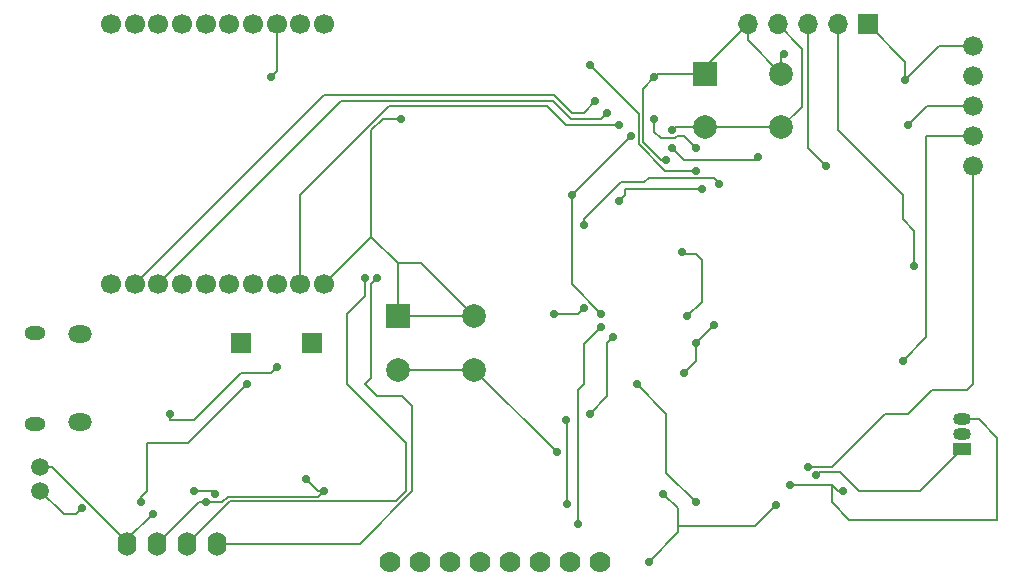
<source format=gbl>
%TF.GenerationSoftware,KiCad,Pcbnew,8.0.5*%
%TF.CreationDate,2024-11-27T11:31:13-05:00*%
%TF.ProjectId,Alfond PCB,416c666f-6e64-4205-9043-422e6b696361,rev?*%
%TF.SameCoordinates,Original*%
%TF.FileFunction,Copper,L4,Bot*%
%TF.FilePolarity,Positive*%
%FSLAX46Y46*%
G04 Gerber Fmt 4.6, Leading zero omitted, Abs format (unit mm)*
G04 Created by KiCad (PCBNEW 8.0.5) date 2024-11-27 11:31:13*
%MOMM*%
%LPD*%
G01*
G04 APERTURE LIST*
%TA.AperFunction,ComponentPad*%
%ADD10R,1.700000X1.700000*%
%TD*%
%TA.AperFunction,ComponentPad*%
%ADD11C,1.778000*%
%TD*%
%TA.AperFunction,ComponentPad*%
%ADD12R,1.500000X1.050000*%
%TD*%
%TA.AperFunction,ComponentPad*%
%ADD13O,1.500000X1.050000*%
%TD*%
%TA.AperFunction,ComponentPad*%
%ADD14C,1.676400*%
%TD*%
%TA.AperFunction,ComponentPad*%
%ADD15C,1.508000*%
%TD*%
%TA.AperFunction,ComponentPad*%
%ADD16R,2.000000X2.000000*%
%TD*%
%TA.AperFunction,ComponentPad*%
%ADD17C,2.000000*%
%TD*%
%TA.AperFunction,ComponentPad*%
%ADD18C,1.700000*%
%TD*%
%TA.AperFunction,ComponentPad*%
%ADD19O,1.800000X1.150000*%
%TD*%
%TA.AperFunction,ComponentPad*%
%ADD20O,2.000000X1.450000*%
%TD*%
%TA.AperFunction,ComponentPad*%
%ADD21O,1.700000X1.700000*%
%TD*%
%TA.AperFunction,ComponentPad*%
%ADD22O,1.600000X2.000000*%
%TD*%
%TA.AperFunction,ViaPad*%
%ADD23C,0.700000*%
%TD*%
%TA.AperFunction,Conductor*%
%ADD24C,0.200000*%
%TD*%
G04 APERTURE END LIST*
D10*
%TO.P,INA+,1*%
%TO.N,/INA+*%
X180500000Y-77500000D03*
%TD*%
D11*
%TO.P,INA260,3*%
%TO.N,VBus*%
X198190000Y-96000000D03*
%TO.P,INA260,4*%
%TO.N,Alert*%
X200730000Y-96000000D03*
%TO.P,INA260,5*%
%TO.N,/I2C3_SDA*%
X203270000Y-96000000D03*
%TO.P,INA260,6*%
%TO.N,/I2C3_SCL*%
X205810000Y-96000000D03*
%TO.P,INA260,7*%
%TO.N,GND*%
X208350000Y-96000000D03*
%TO.P,INA260,8*%
%TO.N,+3.3V*%
X210890000Y-96000000D03*
%TO.P,INA260,Vin+*%
X193110000Y-96000000D03*
%TO.P,INA260,Vin-*%
X195650000Y-96000000D03*
%TD*%
D10*
%TO.P,INA-,1*%
%TO.N,/INA-*%
X186500000Y-77500000D03*
%TD*%
D12*
%TO.P,U1,1,GND*%
%TO.N,GND*%
X241500000Y-86500000D03*
D13*
%TO.P,U1,2,DQ*%
%TO.N,/UART4_TX*%
X241500000Y-85230000D03*
%TO.P,U1,3,V_{DD}*%
%TO.N,+3.3V*%
X241500000Y-83960000D03*
%TD*%
D14*
%TO.P,MS8607,1*%
%TO.N,/I2C2_SDA*%
X242500000Y-62540000D03*
%TO.P,MS8607,2*%
%TO.N,/I2C2_SCL*%
X242500000Y-60000000D03*
%TO.P,MS8607,3*%
%TO.N,GND*%
X242500000Y-57460000D03*
%TO.P,MS8607,4*%
%TO.N,N/C*%
X242500000Y-54920000D03*
%TO.P,MS8607,5*%
%TO.N,+3.3V*%
X242500000Y-52380000D03*
%TD*%
D15*
%TO.P,P1,1,1*%
%TO.N,GND*%
X163500000Y-88000000D03*
%TO.P,P1,2,2*%
%TO.N,/INA+*%
X163500000Y-90000000D03*
%TD*%
D16*
%TO.P,S1,1*%
%TO.N,GND*%
X219750000Y-54750000D03*
D17*
%TO.P,S1,2*%
X226250000Y-54750000D03*
%TO.P,S1,3*%
%TO.N,/NRST*%
X219750000Y-59250000D03*
%TO.P,S1,4*%
X226250000Y-59250000D03*
%TD*%
D18*
%TO.P,MOD1,1,Vcc*%
%TO.N,+3.3V*%
X169500000Y-72500000D03*
%TO.P,MOD1,2,DOUT*%
%TO.N,/UART5_RX*%
X171500000Y-72500000D03*
%TO.P,MOD1,3,DIN/~{Config}*%
%TO.N,/UART5_TX*%
X173500000Y-72500000D03*
%TO.P,MOD1,4,DO8*%
%TO.N,unconnected-(MOD1-DO8-Pad4)*%
X175500000Y-72500000D03*
%TO.P,MOD1,5,~{Reset}*%
%TO.N,unconnected-(MOD1-~{Reset}-Pad5)*%
X177500000Y-72500000D03*
%TO.P,MOD1,6,PWM0/RSSI*%
%TO.N,unconnected-(MOD1-PWM0{slash}RSSI-Pad6)*%
X179500000Y-72500000D03*
%TO.P,MOD1,7,PWM1*%
%TO.N,unconnected-(MOD1-PWM1-Pad7)*%
X181500000Y-72500000D03*
%TO.P,MOD1,8,Reserved*%
%TO.N,unconnected-(MOD1-Reserved-Pad8)*%
X183500000Y-72500000D03*
%TO.P,MOD1,9,~{DTR}/SLRQ/DI8*%
%TO.N,/GPIO_SLEEP_XBEE*%
X185500000Y-72500000D03*
%TO.P,MOD1,10,GND*%
%TO.N,GND*%
X187500000Y-72500000D03*
%TO.P,MOD1,11,AD4/DIO4*%
%TO.N,unconnected-(MOD1-AD4{slash}DIO4-Pad11)*%
X187500000Y-50500000D03*
%TO.P,MOD1,12,DIO7/~{CTS}*%
%TO.N,unconnected-(MOD1-DIO7{slash}~{CTS}-Pad12)*%
X185500000Y-50500000D03*
%TO.P,MOD1,13,ON/~{SLEEP}*%
%TO.N,Net-(D4-A)*%
X183500000Y-50500000D03*
%TO.P,MOD1,14,VREF*%
%TO.N,unconnected-(MOD1-VREF-Pad14)*%
X181500000Y-50500000D03*
%TO.P,MOD1,15,AD5/DIO5*%
%TO.N,unconnected-(MOD1-AD5{slash}DIO5-Pad15)*%
X179500000Y-50500000D03*
%TO.P,MOD1,16,AD6/DIO6/~{RTS}*%
%TO.N,unconnected-(MOD1-AD6{slash}DIO6{slash}~{RTS}-Pad16)*%
X177500000Y-50500000D03*
%TO.P,MOD1,17,AD3/DIO3*%
%TO.N,unconnected-(MOD1-AD3{slash}DIO3-Pad17)*%
X175500000Y-50500000D03*
%TO.P,MOD1,18,AD2/DIO2*%
%TO.N,unconnected-(MOD1-AD2{slash}DIO2-Pad18)*%
X173500000Y-50500000D03*
%TO.P,MOD1,19,AD1/DIO1*%
%TO.N,unconnected-(MOD1-AD1{slash}DIO1-Pad19)*%
X171500000Y-50500000D03*
%TO.P,MOD1,20,AD0/DIO0*%
%TO.N,unconnected-(MOD1-AD0{slash}DIO0-Pad20)*%
X169500000Y-50500000D03*
%TD*%
D19*
%TO.P,J5,6,Shield*%
%TO.N,unconnected-(J5-Shield-Pad6)_2*%
X163050000Y-76625000D03*
D20*
%TO.N,unconnected-(J5-Shield-Pad6)_3*%
X166850000Y-76775000D03*
%TO.N,unconnected-(J5-Shield-Pad6)_1*%
X166850000Y-84225000D03*
D19*
%TO.N,unconnected-(J5-Shield-Pad6)*%
X163050000Y-84375000D03*
%TD*%
D10*
%TO.P,J3,1,Pin_1*%
%TO.N,+3.3V*%
X233540000Y-50500000D03*
D21*
%TO.P,J3,2,Pin_2*%
%TO.N,/SWD_DIO*%
X231000000Y-50500000D03*
%TO.P,J3,3,Pin_3*%
%TO.N,/SWD_CLK*%
X228460000Y-50500000D03*
%TO.P,J3,4,Pin_4*%
%TO.N,/NRST*%
X225920000Y-50500000D03*
%TO.P,J3,5,Pin_5*%
%TO.N,GND*%
X223380000Y-50500000D03*
%TD*%
D22*
%TO.P,Brd1,1,GND*%
%TO.N,GND*%
X170880000Y-94500000D03*
%TO.P,Brd1,2,VCC*%
%TO.N,+3.3V*%
X173420000Y-94500000D03*
%TO.P,Brd1,3,SCL*%
%TO.N,/I2C1_SCL*%
X175960000Y-94500000D03*
%TO.P,Brd1,4,SDA*%
%TO.N,/I2C1_SDA*%
X178500000Y-94500000D03*
%TD*%
D16*
%TO.P,S2,1*%
%TO.N,GND*%
X193750000Y-75250000D03*
D17*
%TO.P,S2,2*%
X200250000Y-75250000D03*
%TO.P,S2,3*%
%TO.N,Net-(R3-Pad1)*%
X193750000Y-79750000D03*
%TO.P,S2,4*%
X200250000Y-79750000D03*
%TD*%
D23*
%TO.N,/I2C1_SCL*%
X219500000Y-64500000D03*
X212500000Y-65500000D03*
X191000000Y-72000000D03*
%TO.N,GND*%
X194000000Y-58500000D03*
X229175736Y-88675736D03*
X226500000Y-53000000D03*
X237000000Y-59000000D03*
X215500000Y-55000000D03*
X178250000Y-90250000D03*
X220500000Y-76000000D03*
X173000000Y-92000000D03*
X176500000Y-90000000D03*
X216500000Y-62000000D03*
X218000000Y-80000000D03*
X219000000Y-77500000D03*
%TO.N,/I2C1_SDA*%
X209500000Y-67500000D03*
X192000000Y-72000000D03*
X221000000Y-64000000D03*
%TO.N,+3.3V*%
X227000000Y-89500000D03*
X236750000Y-55250000D03*
X218250000Y-75250000D03*
X186000000Y-89000000D03*
X216250000Y-90250000D03*
X217828705Y-69828705D03*
X231500000Y-90000000D03*
X225750000Y-91250000D03*
X177500000Y-91000000D03*
X187500000Y-90000000D03*
X215000000Y-96000000D03*
%TO.N,/HSE_OUT*%
X207000000Y-75000000D03*
X209500000Y-74500000D03*
%TO.N,/NRST*%
X211000000Y-75000000D03*
X208500000Y-65000000D03*
X216950000Y-59500000D03*
X213500000Y-60000000D03*
%TO.N,/INA-*%
X174500000Y-83500000D03*
X183500000Y-79500000D03*
%TO.N,Net-(D4-A)*%
X183000000Y-55000000D03*
%TO.N,/I2C2_SCL*%
X236500000Y-79000000D03*
%TO.N,/I2C2_SDA*%
X228500000Y-88000000D03*
%TO.N,/I2C3_SDA*%
X212000000Y-77000000D03*
X208100000Y-91170000D03*
X208000000Y-84000000D03*
X210000000Y-83500000D03*
%TO.N,/INA+*%
X181000000Y-81000000D03*
X167000000Y-91500000D03*
X172000000Y-91000000D03*
%TO.N,/I2C3_SCL*%
X209000000Y-92810000D03*
X210955841Y-76152990D03*
%TO.N,/UART5_TX*%
X211500000Y-58000000D03*
X224253705Y-61746295D03*
X217012873Y-61012873D03*
%TO.N,/UART5_RX*%
X210500000Y-57000000D03*
%TO.N,/GPIO_SLEEP_XBEE*%
X212500000Y-59000000D03*
X219000000Y-61000000D03*
X215500000Y-58500000D03*
%TO.N,/UART4_TX*%
X219000000Y-91000000D03*
X214000000Y-81000000D03*
%TO.N,Net-(SW1-B)*%
X210000000Y-54000000D03*
X219000000Y-62900000D03*
%TO.N,/SWD_DIO*%
X237500000Y-71000000D03*
%TO.N,/SWD_CLK*%
X230000000Y-62500000D03*
%TO.N,Net-(R3-Pad1)*%
X207250000Y-86750000D03*
%TD*%
D24*
%TO.N,/I2C1_SCL*%
X213000000Y-64500000D02*
X213000000Y-65000000D01*
X213000000Y-65000000D02*
X212500000Y-65500000D01*
X189500000Y-81000000D02*
X189500000Y-75000000D01*
X179560000Y-90900000D02*
X193600000Y-90900000D01*
X191000000Y-73500000D02*
X191000000Y-72000000D01*
X194500000Y-86000000D02*
X189500000Y-81000000D01*
X194500000Y-90000000D02*
X194500000Y-86000000D01*
X193600000Y-90900000D02*
X194500000Y-90000000D01*
X175960000Y-94500000D02*
X179560000Y-90900000D01*
X219500000Y-64500000D02*
X213000000Y-64500000D01*
X189500000Y-75000000D02*
X191000000Y-73500000D01*
%TO.N,GND*%
X229451472Y-88400000D02*
X229175736Y-88675736D01*
X193750000Y-70750000D02*
X191500000Y-68500000D01*
X214500000Y-56000000D02*
X215500000Y-55000000D01*
X187500000Y-72500000D02*
X191500000Y-68500000D01*
X195750000Y-70750000D02*
X193750000Y-70750000D01*
X242500000Y-57460000D02*
X238540000Y-57460000D01*
X194000000Y-58500000D02*
X192500000Y-58500000D01*
X241500000Y-86500000D02*
X238000000Y-90000000D01*
X176500000Y-90000000D02*
X178000000Y-90000000D01*
X214500000Y-57934315D02*
X214500000Y-56000000D01*
X200250000Y-75250000D02*
X195750000Y-70750000D01*
X226250000Y-54750000D02*
X223380000Y-51880000D01*
X214550000Y-57984315D02*
X214500000Y-57934315D01*
X214550000Y-60484314D02*
X214550000Y-57984315D01*
X164500000Y-88000000D02*
X163500000Y-88000000D01*
X216065686Y-62000000D02*
X214550000Y-60484314D01*
X238000000Y-90000000D02*
X232848529Y-90000000D01*
X231248529Y-88400000D02*
X229451472Y-88400000D01*
X219750000Y-54750000D02*
X215750000Y-54750000D01*
X216500000Y-62000000D02*
X216065686Y-62000000D01*
X170880000Y-94380000D02*
X164500000Y-88000000D01*
X193750000Y-75250000D02*
X193750000Y-70750000D01*
X232848529Y-90000000D02*
X231248529Y-88400000D01*
X218000000Y-80000000D02*
X219000000Y-79000000D01*
X191500000Y-59500000D02*
X191500000Y-68500000D01*
X219750000Y-54130000D02*
X219750000Y-54750000D01*
X238540000Y-57460000D02*
X237000000Y-59000000D01*
X220500000Y-76000000D02*
X219000000Y-77500000D01*
X219000000Y-79000000D02*
X219000000Y-77500000D01*
X170880000Y-94500000D02*
X170880000Y-94120000D01*
X226250000Y-53250000D02*
X226500000Y-53000000D01*
X193750000Y-75250000D02*
X200250000Y-75250000D01*
X170880000Y-94500000D02*
X170880000Y-94380000D01*
X215750000Y-54750000D02*
X215500000Y-55000000D01*
X226250000Y-54750000D02*
X226250000Y-53250000D01*
X223380000Y-51880000D02*
X223380000Y-50500000D01*
X178000000Y-90000000D02*
X178250000Y-90250000D01*
X223380000Y-50500000D02*
X219750000Y-54130000D01*
X170880000Y-94120000D02*
X173000000Y-92000000D01*
X192500000Y-58500000D02*
X191500000Y-59500000D01*
%TO.N,/I2C1_SDA*%
X218730761Y-63550000D02*
X218680761Y-63500000D01*
X195000000Y-90065686D02*
X195000000Y-82838478D01*
X212650000Y-63850000D02*
X209500000Y-67000000D01*
X218680761Y-63500000D02*
X215000000Y-63500000D01*
X195000000Y-82838478D02*
X194161522Y-82000000D01*
X191000000Y-81000000D02*
X191500000Y-80500000D01*
X192000000Y-82000000D02*
X191000000Y-81000000D01*
X214650000Y-63850000D02*
X212650000Y-63850000D01*
X215000000Y-63500000D02*
X214650000Y-63850000D01*
X219319239Y-63500000D02*
X219269239Y-63550000D01*
X221000000Y-64000000D02*
X220500000Y-63500000D01*
X191500000Y-80500000D02*
X191500000Y-72500000D01*
X190565686Y-94500000D02*
X195000000Y-90065686D01*
X191500000Y-72500000D02*
X192000000Y-72000000D01*
X194161522Y-82000000D02*
X192000000Y-82000000D01*
X209500000Y-67000000D02*
X209500000Y-67500000D01*
X219269239Y-63550000D02*
X218730761Y-63550000D01*
X178500000Y-94500000D02*
X190565686Y-94500000D01*
X220500000Y-63500000D02*
X219319239Y-63500000D01*
%TO.N,+3.3V*%
X242960000Y-83960000D02*
X244500000Y-85500000D01*
X224000000Y-93000000D02*
X217500000Y-93000000D01*
X178894314Y-91000000D02*
X179394314Y-90500000D01*
X239620000Y-52380000D02*
X242500000Y-52380000D01*
X241500000Y-83960000D02*
X242960000Y-83960000D01*
X187000000Y-90000000D02*
X186000000Y-89000000D01*
X244500000Y-92500000D02*
X232000000Y-92500000D01*
X231000000Y-90000000D02*
X231500000Y-90000000D01*
X218000000Y-70000000D02*
X217828705Y-69828705D01*
X219500000Y-70500000D02*
X219000000Y-70000000D01*
X230500000Y-89500000D02*
X231000000Y-90000000D01*
X179394314Y-90500000D02*
X187000000Y-90500000D01*
X219500000Y-74000000D02*
X219500000Y-70500000D01*
X173420000Y-94500000D02*
X176920000Y-91000000D01*
X236750000Y-53710000D02*
X233540000Y-50500000D01*
X236750000Y-55250000D02*
X239620000Y-52380000D01*
X219000000Y-70000000D02*
X218000000Y-70000000D01*
X215000000Y-96000000D02*
X217500000Y-93500000D01*
X218250000Y-75250000D02*
X219500000Y-74000000D01*
X236750000Y-55250000D02*
X236750000Y-53710000D01*
X227000000Y-89500000D02*
X230500000Y-89500000D01*
X217500000Y-91500000D02*
X217500000Y-93000000D01*
X187000000Y-90500000D02*
X187500000Y-90000000D01*
X217500000Y-93000000D02*
X217500000Y-93500000D01*
X244500000Y-85500000D02*
X244500000Y-92500000D01*
X177500000Y-91000000D02*
X178894314Y-91000000D01*
X216250000Y-90250000D02*
X217500000Y-91500000D01*
X176920000Y-91000000D02*
X177500000Y-91000000D01*
X232000000Y-92500000D02*
X230500000Y-91000000D01*
X187500000Y-90000000D02*
X187000000Y-90000000D01*
X230500000Y-91000000D02*
X230500000Y-89500000D01*
X225750000Y-91250000D02*
X224000000Y-93000000D01*
%TO.N,/HSE_OUT*%
X209000000Y-75000000D02*
X209500000Y-74500000D01*
X207000000Y-75000000D02*
X209000000Y-75000000D01*
%TO.N,/NRST*%
X228000000Y-53500000D02*
X228000000Y-57500000D01*
X216950000Y-59500000D02*
X217200000Y-59250000D01*
X208500000Y-72500000D02*
X208500000Y-65000000D01*
X226250000Y-59250000D02*
X228000000Y-57500000D01*
X208500000Y-65000000D02*
X213500000Y-60000000D01*
X225920000Y-50500000D02*
X228000000Y-52580000D01*
X226250000Y-59250000D02*
X219750000Y-59250000D01*
X228000000Y-52580000D02*
X228000000Y-53500000D01*
X217200000Y-59250000D02*
X219750000Y-59250000D01*
X211000000Y-75000000D02*
X208500000Y-72500000D01*
%TO.N,/INA-*%
X176500000Y-84000000D02*
X180500000Y-80000000D01*
X174500000Y-84000000D02*
X176500000Y-84000000D01*
X183000000Y-80000000D02*
X183500000Y-79500000D01*
X180500000Y-80000000D02*
X183000000Y-80000000D01*
X174500000Y-83500000D02*
X174500000Y-84000000D01*
%TO.N,Net-(D4-A)*%
X183500000Y-54500000D02*
X183000000Y-55000000D01*
X183500000Y-50500000D02*
X183500000Y-54500000D01*
%TO.N,/I2C2_SCL*%
X238500000Y-77000000D02*
X236500000Y-79000000D01*
X242500000Y-60000000D02*
X238500000Y-60000000D01*
X238500000Y-60000000D02*
X238500000Y-77000000D01*
%TO.N,/I2C2_SDA*%
X237500000Y-83000000D02*
X237000000Y-83500000D01*
X242500000Y-62540000D02*
X242500000Y-81000000D01*
X237000000Y-83500000D02*
X235000000Y-83500000D01*
X235000000Y-83500000D02*
X230500000Y-88000000D01*
X242500000Y-81000000D02*
X242000000Y-81500000D01*
X239000000Y-81500000D02*
X237500000Y-83000000D01*
X230500000Y-88000000D02*
X228500000Y-88000000D01*
X242000000Y-81500000D02*
X239000000Y-81500000D01*
%TO.N,/I2C3_SDA*%
X208100000Y-84100000D02*
X208000000Y-84000000D01*
X208100000Y-91170000D02*
X208100000Y-84100000D01*
X212000000Y-77000000D02*
X211500000Y-77500000D01*
X211500000Y-77500000D02*
X211500000Y-82000000D01*
X211500000Y-82000000D02*
X210000000Y-83500000D01*
%TO.N,/INA+*%
X172500000Y-86000000D02*
X176000000Y-86000000D01*
X172000000Y-91000000D02*
X172000000Y-90500000D01*
X166500000Y-92000000D02*
X167000000Y-91500000D01*
X172000000Y-90500000D02*
X172500000Y-90000000D01*
X176000000Y-86000000D02*
X181000000Y-81000000D01*
X163500000Y-90000000D02*
X165500000Y-92000000D01*
X165500000Y-92000000D02*
X166500000Y-92000000D01*
X172500000Y-90000000D02*
X172500000Y-86000000D01*
%TO.N,/I2C3_SCL*%
X209500000Y-81000000D02*
X209000000Y-81500000D01*
X210955841Y-76152990D02*
X209500000Y-77608831D01*
X209500000Y-77608831D02*
X209500000Y-81000000D01*
X209000000Y-81500000D02*
X209000000Y-92810000D01*
%TO.N,/UART5_TX*%
X218000000Y-62000000D02*
X217012873Y-61012873D01*
X196500000Y-57000000D02*
X206934314Y-57000000D01*
X189000000Y-57000000D02*
X196500000Y-57000000D01*
X173500000Y-72500000D02*
X189000000Y-57000000D01*
X224000000Y-62000000D02*
X218000000Y-62000000D01*
X211000000Y-58500000D02*
X211500000Y-58000000D01*
X206934314Y-57000000D02*
X208434314Y-58500000D01*
X224253705Y-61746295D02*
X224000000Y-62000000D01*
X208434314Y-58500000D02*
X208500000Y-58500000D01*
X208500000Y-58500000D02*
X211000000Y-58500000D01*
%TO.N,/UART5_RX*%
X171500000Y-72500000D02*
X187500000Y-56500000D01*
X207000000Y-56500000D02*
X208500000Y-58000000D01*
X196500000Y-56500000D02*
X207000000Y-56500000D01*
X209500000Y-58000000D02*
X210500000Y-57000000D01*
X208500000Y-58000000D02*
X209500000Y-58000000D01*
X187500000Y-56500000D02*
X196500000Y-56500000D01*
%TO.N,/GPIO_SLEEP_XBEE*%
X215500000Y-58500000D02*
X215500000Y-59614898D01*
X208000000Y-59000000D02*
X211000000Y-59000000D01*
X218000000Y-60000000D02*
X219000000Y-61000000D01*
X196900000Y-57400000D02*
X206400000Y-57400000D01*
X206400000Y-57400000D02*
X208000000Y-59000000D01*
X217369239Y-60000000D02*
X218000000Y-60000000D01*
X185500000Y-72500000D02*
X185500000Y-64934314D01*
X215500000Y-59614898D02*
X216035102Y-60150000D01*
X216035102Y-60150000D02*
X217219239Y-60150000D01*
X193034314Y-57400000D02*
X196900000Y-57400000D01*
X217219239Y-60150000D02*
X217369239Y-60000000D01*
X211000000Y-59000000D02*
X212500000Y-59000000D01*
X185500000Y-64934314D02*
X193034314Y-57400000D01*
%TO.N,/UART4_TX*%
X219000000Y-91000000D02*
X216500000Y-88500000D01*
X216500000Y-88500000D02*
X216500000Y-86000000D01*
X216500000Y-86000000D02*
X216500000Y-83500000D01*
X216500000Y-83500000D02*
X214000000Y-81000000D01*
%TO.N,Net-(SW1-B)*%
X214150000Y-58150000D02*
X210000000Y-54000000D01*
X219000000Y-62900000D02*
X216400000Y-62900000D01*
X216400000Y-62900000D02*
X214150000Y-60650000D01*
X214150000Y-60650000D02*
X214150000Y-58150000D01*
%TO.N,/SWD_DIO*%
X231000000Y-50500000D02*
X231000000Y-59500000D01*
X237500000Y-68000000D02*
X237500000Y-71000000D01*
X231000000Y-59500000D02*
X236500000Y-65000000D01*
X236500000Y-67000000D02*
X237500000Y-68000000D01*
X236500000Y-65000000D02*
X236500000Y-67000000D01*
%TO.N,/SWD_CLK*%
X228460000Y-50500000D02*
X228460000Y-60960000D01*
X228460000Y-60960000D02*
X230000000Y-62500000D01*
%TO.N,Net-(R3-Pad1)*%
X207250000Y-86750000D02*
X200250000Y-79750000D01*
X193750000Y-79750000D02*
X200250000Y-79750000D01*
%TD*%
M02*

</source>
